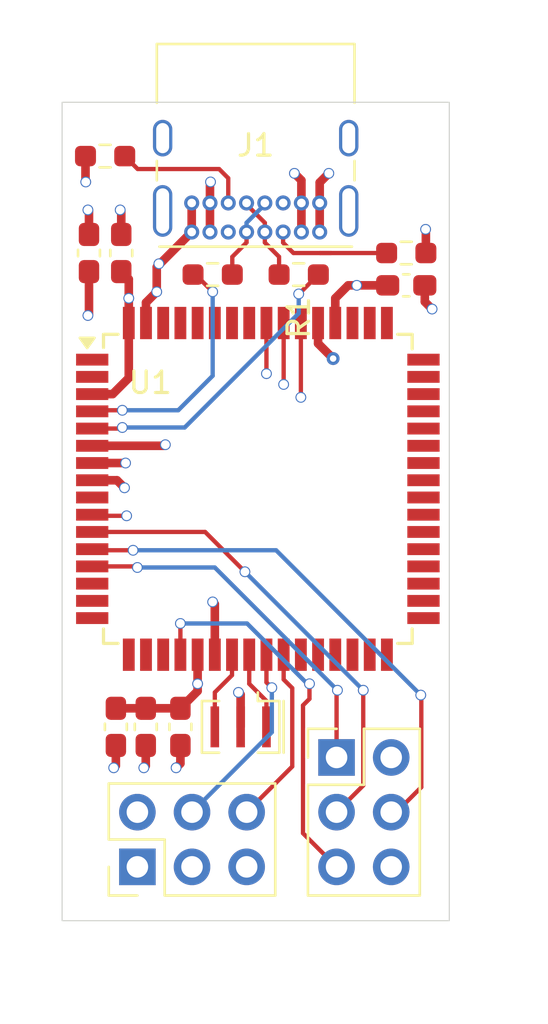
<source format=kicad_pcb>
(kicad_pcb (version 20240108) (generator "pcbnew") (generator_version "8.0")
  (layers (0 "F.Cu" signal) (1 "In1.Cu" signal) (2 "In2.Cu" signal) (3 "In3.Cu" signal) (4 "In4.Cu" signal) (31 "B.Cu" signal) (34 "B.Paste" user) (35 "F.Paste" user) (36 "B.SilkS" user "B.Silkscreen") (37 "F.SilkS" user "F.Silkscreen") (38 "B.Mask" user) (39 "F.Mask" user) (44 "Edge.Cuts" user))
  (net 0 "")
  (net 1 "+5V")
  (net 2 "GND")
  (net 3 "/D+")
  (net 4 "/USB_D+")
  (net 5 "/USB_D-")
  (net 6 "/D-")
  (net 8 "Net-(U1-UCAP)")
  (net 18 "/Caps Lock")
  (net 20 "/Aux Key 3 {slash} PDI {slash} MOSI")
  (net 23 "Net-(U1-XTAL2)")
  (net 25 "/Data")
  (net 33 "/Num Lock")
  (net 34 "/Clock")
  (net 42 "/Aux Key 4 {slash} PDO {slash} MISO")
  (net 43 "/Aux Key 2 {slash} SCK")
  (net 46 "/Aux Key 1")
  (net 48 "Net-(U1-XTAL1)")
  (net 54 "/Scroll Lock")
  (net 58 "/~{RESET}")
  (net 62 "/CC2")
  (net 63 "/CC1")
  (footprint "Resistor_SMD:R_0603_1608Metric_Pad0.98x0.95mm_HandSolder" (layer "F.Cu") (at 147 89 180)
    (property "Reference" "R2" (hide yes))
    (property "Value" "22")
    (fp_line (start -0.254724 0.5225) (end 0.254724 0.5225) (stroke (width 0.12)) (layer "F.SilkS"))
    (fp_line (start -0.254724 -0.5225) (end 0.254724 -0.5225) (stroke (width 0.12)) (layer "F.SilkS"))
    (pad "1" smd roundrect (at -0.9125 0 180) (size 0.975 0.95) (layers "F.Cu" "F.Paste" "F.Mask") (net 5 "/USB_D-"))
    (pad "2" smd roundrect (at 0.9125 0 180) (size 0.975 0.95) (layers "F.Cu" "F.Paste" "F.Mask") (net 6 "/D-"))
  )
  (footprint "Resistor_SMD:R_0603_1608Metric_Pad0.98x0.95mm_HandSolder" (layer "F.Cu") (at 142 83.5 180)
    (property "Reference" "R4" (hide yes))
    (property "Value" "5K1")
    (fp_line (start -0.254724 0.5225) (end 0.254724 0.5225) (stroke (width 0.12)) (layer "F.SilkS"))
    (fp_line (start -0.254724 -0.5225) (end 0.254724 -0.5225) (stroke (width 0.12)) (layer "F.SilkS"))
    (pad "1" smd roundrect (at -0.9125 0 180) (size 0.975 0.95) (layers "F.Cu" "F.Paste" "F.Mask") (net 62 "/CC2"))
    (pad "2" smd roundrect (at 0.9125 0 180) (size 0.975 0.95) (layers "F.Cu" "F.Paste" "F.Mask") (net 2 "GND"))
  )
  (footprint "Connector_USB:USB_C_Receptacle_GCT_USB4085" (layer "F.Cu") (at 151.975 87.025 180)
    (property "Reference" "J1" (at 2.975 4.025 0) (layer "F.SilkS"))
    (property "Value" "USB_C_Receptacle_USB2.0_16P")
    (fp_line (start 7.57 6) (end 7.57 8.73) (stroke (width 0.12)) (layer "F.SilkS"))
    (fp_line (start 7.57 2.4) (end 7.57 3.3) (stroke (width 0.12)) (layer "F.SilkS"))
    (fp_line (start -1.5 -0.68) (end 7.45 -0.68) (stroke (width 0.12)) (layer "F.SilkS"))
    (fp_line (start -1.62 8.73) (end 7.57 8.73) (stroke (width 0.12)) (layer "F.SilkS"))
    (fp_line (start -1.62 6) (end -1.62 8.73) (stroke (width 0.12)) (layer "F.SilkS"))
    (fp_line (start -1.62 2.4) (end -1.62 3.3) (stroke (width 0.12)) (layer "F.SilkS"))
    (pad "A1" thru_hole circle (at 0 0 180) (size 0.7 0.7) (drill 0.4) (layers "*.Cu" "*.Mask") (net 2 "GND"))
    (pad "A4" thru_hole circle (at 0.85 0 180) (size 0.7 0.7) (drill 0.4) (layers "*.Cu" "*.Mask") (net 1 "+5V"))
    (pad "A5" thru_hole circle (at 1.7 0 180) (size 0.7 0.7) (drill 0.4) (layers "*.Cu" "*.Mask") (net 63 "/CC1"))
    (pad "A6" thru_hole circle (at 2.55 0 180) (size 0.7 0.7) (drill 0.4) (layers "*.Cu" "*.Mask") (net 4 "/USB_D+"))
    (pad "A7" thru_hole circle (at 3.4 0 180) (size 0.7 0.7) (drill 0.4) (layers "*.Cu" "*.Mask") (net 5 "/USB_D-"))
    (pad "A8" thru_hole circle (at 4.25 0 180) (size 0.7 0.7) (drill 0.4) (layers "*.Cu" "*.Mask"))
    (pad "A9" thru_hole circle (at 5.1 0 180) (size 0.7 0.7) (drill 0.4) (layers "*.Cu" "*.Mask") (net 1 "+5V"))
    (pad "A12" thru_hole circle (at 5.95 0 180) (size 0.7 0.7) (drill 0.4) (layers "*.Cu" "*.Mask") (net 2 "GND"))
    (pad "B1" thru_hole circle (at 5.95 1.35 180) (size 0.7 0.7) (drill 0.4) (layers "*.Cu" "*.Mask") (net 2 "GND"))
    (pad "B4" thru_hole circle (at 5.1 1.35 180) (size 0.7 0.7) (drill 0.4) (layers "*.Cu" "*.Mask") (net 1 "+5V"))
    (pad "B5" thru_hole circle (at 4.25 1.35 180) (size 0.7 0.7) (drill 0.4) (layers "*.Cu" "*.Mask") (net 62 "/CC2"))
    (pad "B6" thru_hole circle (at 3.4 1.35 180) (size 0.7 0.7) (drill 0.4) (layers "*.Cu" "*.Mask") (net 4 "/USB_D+"))
    (pad "B7" thru_hole circle (at 2.55 1.35 180) (size 0.7 0.7) (drill 0.4) (layers "*.Cu" "*.Mask") (net 5 "/USB_D-"))
    (pad "B8" thru_hole circle (at 1.7 1.35 180) (size 0.7 0.7) (drill 0.4) (layers "*.Cu" "*.Mask"))
    (pad "B9" thru_hole circle (at 0.85 1.35 180) (size 0.7 0.7) (drill 0.4) (layers "*.Cu" "*.Mask") (net 1 "+5V"))
    (pad "B12" thru_hole circle (at 0 1.35 180) (size 0.7 0.7) (drill 0.4) (layers "*.Cu" "*.Mask") (net 2 "GND"))
    (pad "S1" thru_hole oval (at -1.35 0.98 180) (size 0.9 2.4) (drill oval 0.6 2.1) (layers "*.Cu" "*.Mask") (net 2 "GND"))
    (pad "S1" thru_hole oval (at -1.35 4.36 180) (size 0.9 1.7) (drill oval 0.6 1.4) (layers "*.Cu" "*.Mask") (net 2 "GND"))
    (pad "S1" thru_hole oval (at 7.3 0.98 180) (size 0.9 2.4) (drill oval 0.6 2.1) (layers "*.Cu" "*.Mask") (net 2 "GND"))
    (pad "S1" thru_hole oval (at 7.3 4.36 180) (size 0.9 1.7) (drill oval 0.6 1.4) (layers "*.Cu" "*.Mask") (net 2 "GND"))
  )
  (footprint "Capacitor_SMD:C_0603_1608Metric_Pad1.08x0.95mm_HandSolder" (layer "F.Cu") (at 156 89.5 180)
    (property "Reference" "C1" (hide yes))
    (property "Value" "100n")
    (fp_line (start -0.146267 0.51) (end 0.146267 0.51) (stroke (width 0.12)) (layer "F.SilkS"))
    (fp_line (start -0.146267 -0.51) (end 0.146267 -0.51) (stroke (width 0.12)) (layer "F.SilkS"))
    (pad "1" smd roundrect (at -0.8625 0 180) (size 1.075 0.95) (layers "F.Cu" "F.Paste" "F.Mask") (net 2 "GND"))
    (pad "2" smd roundrect (at 0.8625 0 180) (size 1.075 0.95) (layers "F.Cu" "F.Paste" "F.Mask") (net 1 "+5V"))
  )
  (footprint "Crystal:Resonator_SMD_Murata_CSTxExxV-3Pin_3.0x1.1mm" (layer "F.Cu") (at 148.3 110 180)
    (property "Reference" "Y1" (hide yes))
    (property "Value" "CSTNE16M0VH3C000R0")
    (fp_line (start 1.8 1.2) (end 1 1.2) (stroke (width 0.12)) (layer "F.SilkS"))
    (fp_line (start 1.8 0.8) (end 1.8 1.2) (stroke (width 0.12)) (layer "F.SilkS"))
    (fp_line (start 1.8 -1.2) (end 1.8 0.8) (stroke (width 0.12)) (layer "F.SilkS"))
    (fp_line (start 1 -1.2) (end 1.8 -1.2) (stroke (width 0.12)) (layer "F.SilkS"))
    (fp_line (start -0.8 1.2) (end -0.8 1.6) (stroke (width 0.12)) (layer "F.SilkS"))
    (fp_line (start -0.8 1.2) (end -1.8 1.2) (stroke (width 0.12)) (layer "F.SilkS"))
    (fp_line (start -1.8 0.8) (end -1.8 1.2) (stroke (width 0.12)) (layer "F.SilkS"))
    (fp_line (start -1.8 0.8) (end -1.8 -1.2) (stroke (width 0.12)) (layer "F.SilkS"))
    (fp_line (start -1.8 -1.2) (end -0.8 -1.2) (stroke (width 0.12)) (layer "F.SilkS"))
    (fp_line (start -2 0.8) (end -2 1.2) (stroke (width 0.12)) (layer "F.SilkS"))
    (fp_line (start -2 -1.2) (end -2 0.8) (stroke (width 0.12)) (layer "F.SilkS"))
    (pad "1" smd rect (at -1.2 0 180) (size 0.4 1.9) (layers "F.Cu" "F.Paste" "F.Mask") (net 48 "Net-(U1-XTAL1)"))
    (pad "2" smd rect (at 0 0 180) (size 0.4 1.9) (layers "F.Cu" "F.Paste" "F.Mask") (net 2 "GND"))
    (pad "3" smd rect (at 1.2 0 180) (size 0.4 1.9) (layers "F.Cu" "F.Paste" "F.Mask") (net 23 "Net-(U1-XTAL2)"))
  )
  (footprint "Capacitor_SMD:C_0603_1608Metric_Pad1.08x0.95mm_HandSolder" (layer "F.Cu") (at 142.75 88 -90)
    (property "Reference" "C2" (hide yes))
    (property "Value" "100n")
    (fp_line (start -0.146267 0.51) (end 0.146267 0.51) (stroke (width 0.12)) (layer "F.SilkS"))
    (fp_line (start -0.146267 -0.51) (end 0.146267 -0.51) (stroke (width 0.12)) (layer "F.SilkS"))
    (pad "1" smd roundrect (at -0.8625 0 270) (size 1.075 0.95) (layers "F.Cu" "F.Paste" "F.Mask") (net 2 "GND"))
    (pad "2" smd roundrect (at 0.8625 0 270) (size 1.075 0.95) (layers "F.Cu" "F.Paste" "F.Mask") (net 1 "+5V"))
  )
  (footprint "Capacitor_SMD:C_0603_1608Metric_Pad1.08x0.95mm_HandSolder" (layer "F.Cu") (at 145.5 110 90)
    (property "Reference" "C3" (hide yes))
    (property "Value" "100n")
    (fp_line (start -0.146267 -0.51) (end 0.146267 -0.51) (stroke (width 0.12)) (layer "F.SilkS"))
    (fp_line (start -0.146267 0.51) (end 0.146267 0.51) (stroke (width 0.12)) (layer "F.SilkS"))
    (pad "1" smd roundrect (at -0.8625 0 90) (size 1.075 0.95) (layers "F.Cu" "F.Paste" "F.Mask") (net 2 "GND"))
    (pad "2" smd roundrect (at 0.8625 0 90) (size 1.075 0.95) (layers "F.Cu" "F.Paste" "F.Mask") (net 1 "+5V"))
  )
  (footprint "Capacitor_SMD:C_0603_1608Metric_Pad1.08x0.95mm_HandSolder" (layer "F.Cu") (at 143.89 110 90)
    (property "Reference" "C5" (hide yes))
    (property "Value" "10u")
    (fp_line (start -0.146267 -0.51) (end 0.146267 -0.51) (stroke (width 0.12)) (layer "F.SilkS"))
    (fp_line (start -0.146267 0.51) (end 0.146267 0.51) (stroke (width 0.12)) (layer "F.SilkS"))
    (pad "1" smd roundrect (at -0.8625 0 90) (size 1.075 0.95) (layers "F.Cu" "F.Paste" "F.Mask") (net 2 "GND"))
    (pad "2" smd roundrect (at 0.8625 0 90) (size 1.075 0.95) (layers "F.Cu" "F.Paste" "F.Mask") (net 1 "+5V"))
  )
  (footprint "Connector_PinHeader_2.54mm:PinHeader_2x03_P2.54mm_Vertical" (layer "F.Cu") (at 143.5 116.5 90)
    (property "Reference" "J3" (hide yes))
    (property "Value" "Conn_02x03_Odd_Even")
    (fp_line (start 3.87 -1.33) (end 3.87 6.41) (stroke (width 0.12)) (layer "F.SilkS"))
    (fp_line (start 1.27 -1.33) (end 3.87 -1.33) (stroke (width 0.12)) (layer "F.SilkS"))
    (fp_line (start -1.33 -1.33) (end 0 -1.33) (stroke (width 0.12)) (layer "F.SilkS"))
    (fp_line (start -1.33 0) (end -1.33 -1.33) (stroke (width 0.12)) (layer "F.SilkS"))
    (fp_line (start 1.27 1.27) (end 1.27 -1.33) (stroke (width 0.12)) (layer "F.SilkS"))
    (fp_line (start -1.33 1.27) (end 1.27 1.27) (stroke (width 0.12)) (layer "F.SilkS"))
    (fp_line (start -1.33 1.27) (end -1.33 6.41) (stroke (width 0.12)) (layer "F.SilkS"))
    (fp_line (start -1.33 6.41) (end 3.87 6.41) (stroke (width 0.12)) (layer "F.SilkS"))
    (pad "1" thru_hole rect (at 0 0 90) (size 1.7 1.7) (drill 1) (layers "*.Cu" "*.Mask") (net 18 "/Caps Lock"))
    (pad "2" thru_hole oval (at 2.54 0 90) (size 1.7 1.7) (drill 1) (layers "*.Cu" "*.Mask") (net 46 "/Aux Key 1"))
    (pad "3" thru_hole oval (at 0 2.54 90) (size 1.7 1.7) (drill 1) (layers "*.Cu" "*.Mask") (net 33 "/Num Lock"))
    (pad "4" thru_hole oval (at 2.54 2.54 90) (size 1.7 1.7) (drill 1) (layers "*.Cu" "*.Mask") (net 25 "/Data"))
    (pad "5" thru_hole oval (at 0 5.08 90) (size 1.7 1.7) (drill 1) (layers "*.Cu" "*.Mask") (net 54 "/Scroll Lock"))
    (pad "6" thru_hole oval (at 2.54 5.08 90) (size 1.7 1.7) (drill 1) (layers "*.Cu" "*.Mask") (net 34 "/Clock"))
  )
  (footprint "Package_QFP:TQFP-64_14x14mm_P0.8mm" (layer "F.Cu") (at 149.1 98.95)
    (property "Reference" "U1" (at -5 -4.93 0) (layer "F.SilkS"))
    (property "Value" "AT90USB646-A")
    (fp_line (start -7.175 -7.175) (end -7.175 -6.56) (stroke (width 0.15)) (layer "F.SilkS"))
    (fp_line (start -7.175 -7.175) (end -6.5 -7.175) (stroke (width 0.15)) (layer "F.SilkS"))
    (fp_line (start -7.175 7.175) (end -7.175 6.5) (stroke (width 0.15)) (layer "F.SilkS"))
    (fp_line (start -7.175 7.175) (end -6.5 7.175) (stroke (width 0.15)) (layer "F.SilkS"))
    (fp_line (start 7.175 -7.175) (end 6.5 -7.175) (stroke (width 0.15)) (layer "F.SilkS"))
    (fp_line (start 7.175 -7.175) (end 7.175 -6.5) (stroke (width 0.15)) (layer "F.SilkS"))
    (fp_line (start 7.175 7.175) (end 6.5 7.175) (stroke (width 0.15)) (layer "F.SilkS"))
    (fp_line (start 7.175 7.175) (end 7.175 6.5) (stroke (width 0.15)) (layer "F.SilkS"))
    (fp_poly (pts (xy -7.934636 -6.541114) (xy -8.274636 -7.011114) (xy -7.594636 -7.011114) (xy -7.934636 -6.541114)) (stroke (width 0.12)) (fill solid) (layer "F.SilkS"))
    (pad "1" smd rect (at -7.7 -6) (size 1.5 0.55) (layers "F.Cu" "F.Paste" "F.Mask"))
    (pad "2" smd rect (at -7.7 -5.2) (size 1.5 0.55) (layers "F.Cu" "F.Paste" "F.Mask"))
    (pad "3" smd rect (at -7.7 -4.4) (size 1.5 0.55) (layers "F.Cu" "F.Paste" "F.Mask") (net 1 "+5V"))
    (pad "4" smd rect (at -7.7 -3.6) (size 1.5 0.55) (layers "F.Cu" "F.Paste" "F.Mask") (net 6 "/D-"))
    (pad "5" smd rect (at -7.7 -2.8) (size 1.5 0.55) (layers "F.Cu" "F.Paste" "F.Mask") (net 3 "/D+"))
    (pad "6" smd rect (at -7.7 -2) (size 1.5 0.55) (layers "F.Cu" "F.Paste" "F.Mask") (net 2 "GND"))
    (pad "7" smd rect (at -7.7 -1.2) (size 1.5 0.55) (layers "F.Cu" "F.Paste" "F.Mask") (net 8 "Net-(U1-UCAP)"))
    (pad "8" smd rect (at -7.7 -0.4) (size 1.5 0.55) (layers "F.Cu" "F.Paste" "F.Mask") (net 1 "+5V"))
    (pad "9" smd rect (at -7.7 0.4) (size 1.5 0.55) (layers "F.Cu" "F.Paste" "F.Mask"))
    (pad "10" smd rect (at -7.7 1.2) (size 1.5 0.55) (layers "F.Cu" "F.Paste" "F.Mask") (net 46 "/Aux Key 1"))
    (pad "11" smd rect (at -7.7 2) (size 1.5 0.55) (layers "F.Cu" "F.Paste" "F.Mask") (net 43 "/Aux Key 2 {slash} SCK"))
    (pad "12" smd rect (at -7.7 2.8) (size 1.5 0.55) (layers "F.Cu" "F.Paste" "F.Mask") (net 20 "/Aux Key 3 {slash} PDI {slash} MOSI"))
    (pad "13" smd rect (at -7.7 3.6) (size 1.5 0.55) (layers "F.Cu" "F.Paste" "F.Mask") (net 42 "/Aux Key 4 {slash} PDO {slash} MISO"))
    (pad "14" smd rect (at -7.7 4.4) (size 1.5 0.55) (layers "F.Cu" "F.Paste" "F.Mask"))
    (pad "15" smd rect (at -7.7 5.2) (size 1.5 0.55) (layers "F.Cu" "F.Paste" "F.Mask"))
    (pad "16" smd rect (at -7.7 6) (size 1.5 0.55) (layers "F.Cu" "F.Paste" "F.Mask"))
    (pad "17" smd rect (at -6 7.7 90) (size 1.5 0.55) (layers "F.Cu" "F.Paste" "F.Mask"))
    (pad "18" smd rect (at -5.2 7.7 90) (size 1.5 0.55) (layers "F.Cu" "F.Paste" "F.Mask"))
    (pad "19" smd rect (at -4.4 7.7 90) (size 1.5 0.55) (layers "F.Cu" "F.Paste" "F.Mask"))
    (pad "20" smd rect (at -3.6 7.7 90) (size 1.5 0.55) (layers "F.Cu" "F.Paste" "F.Mask") (net 58 "/~{RESET}"))
    (pad "21" smd rect (at -2.8 7.7 90) (size 1.5 0.55) (layers "F.Cu" "F.Paste" "F.Mask") (net 1 "+5V"))
    (pad "22" smd rect (at -2 7.7 90) (size 1.5 0.55) (layers "F.Cu" "F.Paste" "F.Mask") (net 2 "GND"))
    (pad "23" smd rect (at -1.2 7.7 90) (size 1.5 0.55) (layers "F.Cu" "F.Paste" "F.Mask") (net 23 "Net-(U1-XTAL2)"))
    (pad "24" smd rect (at -0.4 7.7 90) (size 1.5 0.55) (layers "F.Cu" "F.Paste" "F.Mask") (net 48 "Net-(U1-XTAL1)"))
    (pad "25" smd rect (at 0.4 7.7 90) (size 1.5 0.55) (layers "F.Cu" "F.Paste" "F.Mask") (net 25 "/Data"))
    (pad "26" smd rect (at 1.2 7.7 90) (size 1.5 0.55) (layers "F.Cu" "F.Paste" "F.Mask") (net 34 "/Clock"))
    (pad "27" smd rect (at 2 7.7 90) (size 1.5 0.55) (layers "F.Cu" "F.Paste" "F.Mask"))
    (pad "28" smd rect (at 2.8 7.7 90) (size 1.5 0.55) (layers "F.Cu" "F.Paste" "F.Mask"))
    (pad "29" smd rect (at 3.6 7.7 90) (size 1.5 0.55) (layers "F.Cu" "F.Paste" "F.Mask"))
    (pad "30" smd rect (at 4.4 7.7 90) (size 1.5 0.55) (layers "F.Cu" "F.Paste" "F.Mask"))
    (pad "31" smd rect (at 5.2 7.7 90) (size 1.5 0.55) (layers "F.Cu" "F.Paste" "F.Mask"))
    (pad "32" smd rect (at 6 7.7 90) (size 1.5 0.55) (layers "F.Cu" "F.Paste" "F.Mask"))
    (pad "33" smd rect (at 7.7 6) (size 1.5 0.55) (layers "F.Cu" "F.Paste" "F.Mask"))
    (pad "34" smd rect (at 7.7 5.2) (size 1.5 0.55) (layers "F.Cu" "F.Paste" "F.Mask"))
    (pad "35" smd rect (at 7.7 4.4) (size 1.5 0.55) (layers "F.Cu" "F.Paste" "F.Mask"))
    (pad "36" smd rect (at 7.7 3.6) (size 1.5 0.55) (layers "F.Cu" "F.Paste" "F.Mask"))
    (pad "37" smd rect (at 7.7 2.8) (size 1.5 0.55) (layers "F.Cu" "F.Paste" "F.Mask"))
    (pad "38" smd rect (at 7.7 2) (size 1.5 0.55) (layers "F.Cu" "F.Paste" "F.Mask"))
    (pad "39" smd rect (at 7.7 1.2) (size 1.5 0.55) (layers "F.Cu" "F.Paste" "F.Mask"))
    (pad "40" smd rect (at 7.7 0.4) (size 1.5 0.55) (layers "F.Cu" "F.Paste" "F.Mask"))
    (pad "41" smd rect (at 7.7 -0.4) (size 1.5 0.55) (layers "F.Cu" "F.Paste" "F.Mask"))
    (pad "42" smd rect (at 7.7 -1.2) (size 1.5 0.55) (layers "F.Cu" "F.Paste" "F.Mask"))
    (pad "43" smd rect (at 7.7 -2) (size 1.5 0.55) (layers "F.Cu" "F.Paste" "F.Mask"))
    (pad "44" smd rect (at 7.7 -2.8) (size 1.5 0.55) (layers "F.Cu" "F.Paste" "F.Mask"))
    (pad "45" smd rect (at 7.7 -3.6) (size 1.5 0.55) (layers "F.Cu" "F.Paste" "F.Mask"))
    (pad "46" smd rect (at 7.7 -4.4) (size 1.5 0.55) (layers "F.Cu" "F.Paste" "F.Mask"))
    (pad "47" smd rect (at 7.7 -5.2) (size 1.5 0.55) (layers "F.Cu" "F.Paste" "F.Mask"))
    (pad "48" smd rect (at 7.7 -6) (size 1.5 0.55) (layers "F.Cu" "F.Paste" "F.Mask"))
    (pad "49" smd rect (at 6 -7.7 90) (size 1.5 0.55) (layers "F.Cu" "F.Paste" "F.Mask"))
    (pad "50" smd rect (at 5.2 -7.7 90) (size 1.5 0.55) (layers "F.Cu" "F.Paste" "F.Mask"))
    (pad "51" smd rect (at 4.4 -7.7 90) (size 1.5 0.55) (layers "F.Cu" "F.Paste" "F.Mask"))
    (pad "52" smd rect (at 3.6 -7.7 90) (size 1.5 0.55) (layers "F.Cu" "F.Paste" "F.Mask") (net 1 "+5V"))
    (pad "53" smd rect (at 2.8 -7.7 90) (size 1.5 0.55) (layers "F.Cu" "F.Paste" "F.Mask") (net 2 "GND"))
    (pad "54" smd rect (at 2 -7.7 90) (size 1.5 0.55) (layers "F.Cu" "F.Paste" "F.Mask") (net 54 "/Scroll Lock"))
    (pad "55" smd rect (at 1.2 -7.7 90) (size 1.5 0.55) (layers "F.Cu" "F.Paste" "F.Mask") (net 33 "/Num Lock"))
    (pad "56" smd rect (at 0.4 -7.7 90) (size 1.5 0.55) (layers "F.Cu" "F.Paste" "F.Mask") (net 18 "/Caps Lock"))
    (pad "57" smd rect (at -0.4 -7.7 90) (size 1.5 0.55) (layers "F.Cu" "F.Paste" "F.Mask"))
    (pad "58" smd rect (at -1.2 -7.7 90) (size 1.5 0.55) (layers "F.Cu" "F.Paste" "F.Mask"))
    (pad "59" smd rect (at -2 -7.7 90) (size 1.5 0.55) (layers "F.Cu" "F.Paste" "F.Mask"))
    (pad "60" smd rect (at -2.8 -7.7 90) (size 1.5 0.55) (layers "F.Cu" "F.Paste" "F.Mask"))
    (pad "61" smd rect (at -3.6 -7.7 90) (size 1.5 0.55) (layers "F.Cu" "F.Paste" "F.Mask"))
    (pad "62" smd rect (at -4.4 -7.7 90) (size 1.5 0.55) (layers "F.Cu" "F.Paste" "F.Mask"))
    (pad "63" smd rect (at -5.2 -7.7 90) (size 1.5 0.55) (layers "F.Cu" "F.Paste" "F.Mask") (net 2 "GND"))
    (pad "64" smd rect (at -6 -7.7 90) (size 1.5 0.55) (layers "F.Cu" "F.Paste" "F.Mask") (net 1 "+5V"))
  )
  (footprint "Capacitor_SMD:C_0603_1608Metric_Pad1.08x0.95mm_HandSolder" (layer "F.Cu") (at 142.5 110 90)
    (property "Reference" "C4" (hide yes))
    (property "Value" "1u")
    (fp_line (start -0.146267 -0.51) (end 0.146267 -0.51) (stroke (width 0.12)) (layer "F.SilkS"))
    (fp_line (start -0.146267 0.51) (end 0.146267 0.51) (stroke (width 0.12)) (layer "F.SilkS"))
    (pad "1" smd roundrect (at -0.8625 0 90) (size 1.075 0.95) (layers "F.Cu" "F.Paste" "F.Mask") (net 2 "GND"))
    (pad "2" smd roundrect (at 0.8625 0 90) (size 1.075 0.95) (layers "F.Cu" "F.Paste" "F.Mask") (net 1 "+5V"))
  )
  (footprint "Resistor_SMD:R_0603_1608Metric_Pad0.98x0.95mm_HandSolder" (layer "F.Cu") (at 156 88)
    (property "Reference" "R3" (hide yes))
    (property "Value" "5K1")
    (fp_line (start -0.254724 -0.5225) (end 0.254724 -0.5225) (stroke (width 0.12)) (layer "F.SilkS"))
    (fp_line (start -0.254724 0.5225) (end 0.254724 0.5225) (stroke (width 0.12)) (layer "F.SilkS"))
    (pad "1" smd roundrect (at -0.9125 0) (size 0.975 0.95) (layers "F.Cu" "F.Paste" "F.Mask") (net 63 "/CC1"))
    (pad "2" smd roundrect (at 0.9125 0) (size 0.975 0.95) (layers "F.Cu" "F.Paste" "F.Mask") (net 2 "GND"))
  )
  (footprint "Capacitor_SMD:C_0603_1608Metric_Pad1.08x0.95mm_HandSolder" (layer "F.Cu") (at 141.25 88 -90)
    (property "Reference" "C6" (hide yes))
    (property "Value" "100n")
    (fp_line (start -0.146267 0.51) (end 0.146267 0.51) (stroke (width 0.12)) (layer "F.SilkS"))
    (fp_line (start -0.146267 -0.51) (end 0.146267 -0.51) (stroke (width 0.12)) (layer "F.SilkS"))
    (pad "1" smd roundrect (at -0.8625 0 270) (size 1.075 0.95) (layers "F.Cu" "F.Paste" "F.Mask") (net 2 "GND"))
    (pad "2" smd roundrect (at 0.8625 0 270) (size 1.075 0.95) (layers "F.Cu" "F.Paste" "F.Mask") (net 8 "Net-(U1-UCAP)"))
  )
  (footprint "Resistor_SMD:R_0603_1608Metric_Pad0.98x0.95mm_HandSolder" (layer "F.Cu") (at 151 89 180)
    (property "Reference" "R1" (at 0 -2 90) (layer "F.SilkS"))
    (property "Value" "22")
    (fp_line (start -0.254724 0.5225) (end 0.254724 0.5225) (stroke (width 0.12)) (layer "F.SilkS"))
    (fp_line (start -0.254724 -0.5225) (end 0.254724 -0.5225) (stroke (width 0.12)) (layer "F.SilkS"))
    (pad "1" smd roundrect (at -0.9125 0 180) (size 0.975 0.95) (layers "F.Cu" "F.Paste" "F.Mask") (net 3 "/D+"))
    (pad "2" smd roundrect (at 0.9125 0 180) (size 0.975 0.95) (layers "F.Cu" "F.Paste" "F.Mask") (net 4 "/USB_D+"))
  )
  (footprint "Connector_PinHeader_2.54mm:PinHeader_2x03_P2.54mm_Vertical" (layer "F.Cu") (at 152.76 111.42)
    (property "Reference" "J2" (hide yes))
    (property "Value" "Conn_02x03_Odd_Even")
    (fp_line (start -1.33 -1.33) (end 0 -1.33) (stroke (width 0.12)) (layer "F.SilkS"))
    (fp_line (start -1.33 0) (end -1.33 -1.33) (stroke (width 0.12)) (layer "F.SilkS"))
    (fp_line (start -1.33 1.27) (end -1.33 6.41) (stroke (width 0.12)) (layer "F.SilkS"))
    (fp_line (start -1.33 1.27) (end 1.27 1.27) (stroke (width 0.12)) (layer "F.SilkS"))
    (fp_line (start -1.33 6.41) (end 3.87 6.41) (stroke (width 0.12)) (layer "F.SilkS"))
    (fp_line (start 1.27 -1.33) (end 3.87 -1.33) (stroke (width 0.12)) (layer "F.SilkS"))
    (fp_line (start 1.27 1.27) (end 1.27 -1.33) (stroke (width 0.12)) (layer "F.SilkS"))
    (fp_line (start 3.87 -1.33) (end 3.87 6.41) (stroke (width 0.12)) (layer "F.SilkS"))
    (pad "1" thru_hole rect (at 0 0) (size 1.7 1.7) (drill 1) (layers "*.Cu" "*.Mask") (net 42 "/Aux Key 4 {slash} PDO {slash} MISO"))
    (pad "2" thru_hole oval (at 2.54 0) (size 1.7 1.7) (drill 1) (layers "*.Cu" "*.Mask") (net 1 "+5V"))
    (pad "3" thru_hole oval (at 0 2.54) (size 1.7 1.7) (drill 1) (layers "*.Cu" "*.Mask") (net 43 "/Aux Key 2 {slash} SCK"))
    (pad "4" thru_hole oval (at 2.54 2.54) (size 1.7 1.7) (drill 1) (layers "*.Cu" "*.Mask") (net 20 "/Aux Key 3 {slash} PDI {slash} MOSI"))
    (pad "5" thru_hole oval (at 0 5.08) (size 1.7 1.7) (drill 1) (layers "*.Cu" "*.Mask") (net 58 "/~{RESET}"))
    (pad "6" thru_hole oval (at 2.54 5.08) (size 1.7 1.7) (drill 1) (layers "*.Cu" "*.Mask") (net 2 "GND"))
  )
  (gr_rect (start 140 81) (end 158 119) (stroke (width 0.05)) (fill none) (layer "Edge.Cuts"))
  (segment (start 151.125 85.675) (end 151.125 87.025) (width 0.4) (layer "F.Cu") (net 1))
  (segment (start 142.5 109.1375) (end 145.5 109.1375) (width 0.4) (layer "F.Cu") (net 1))
  (segment (start 145.5 109.1375) (end 146.3 108.3375) (width 0.4) (layer "F.Cu") (net 1))
  (segment (start 146.875 84.725) (end 146.9 84.7) (width 0.4) (layer "F.Cu") (net 1))
  (segment (start 146.3 108) (end 146.3 106.65) (width 0.4) (layer "F.Cu") (net 1))
  (segment (start 141.4 94.55) (end 142.35 94.55) (width 0.4) (layer "F.Cu") (net 1))
  (segment (start 141.4 98.55) (end 142.55 98.55) (width 0.4) (layer "F.Cu") (net 1))
  (segment (start 152.7 90.1) (end 153.3 89.5) (width 0.4) (layer "F.Cu") (net 1))
  (segment (start 143.1 93.8) (end 143.1 91.25) (width 0.4) (layer "F.Cu") (net 1))
  (segment (start 146.875 85.675) (end 146.875 84.725) (width 0.4) (layer "F.Cu") (net 1))
  (segment (start 151.125 84.625) (end 151.125 85.675) (width 0.4) (layer "F.Cu") (net 1))
  (segment (start 142.55 98.55) (end 142.9 98.9) (width 0.4) (layer "F.Cu") (net 1))
  (segment (start 143.1 89.2125) (end 142.75 88.8625) (width 0.4) (layer "F.Cu") (net 1))
  (segment (start 143.1 90.1) (end 143.1 89.2125) (width 0.4) (layer "F.Cu") (net 1))
  (segment (start 152.7 91.25) (end 152.7 90.1) (width 0.4) (layer "F.Cu") (net 1))
  (segment (start 142.35 94.55) (end 143.1 93.8) (width 0.4) (layer "F.Cu") (net 1))
  (segment (start 155.1375 89.5) (end 153.7 89.5) (width 0.4) (layer "F.Cu") (net 1))
  (segment (start 153.3 89.5) (end 153.7 89.5) (width 0.4) (layer "F.Cu") (net 1))
  (segment (start 150.8 84.3) (end 151.125 84.625) (width 0.4) (layer "F.Cu") (net 1))
  (segment (start 146.875 85.675) (end 146.875 87.025) (width 0.4) (layer "F.Cu") (net 1))
  (segment (start 146.3 108.3375) (end 146.3 108) (width 0.4) (layer "F.Cu") (net 1))
  (segment (start 143.1 90.1) (end 143.1 91.25) (width 0.4) (layer "F.Cu") (net 1))
  (via (at 153.7 89.5) (size 0.5) (drill 0.4) (layers "F.Cu" "B.Cu") (net 1))
  (via (at 143.1 90.1) (size 0.5) (drill 0.4) (layers "F.Cu" "B.Cu") (net 1))
  (via (at 142.9 98.9) (size 0.5) (drill 0.4) (layers "F.Cu" "B.Cu") (net 1))
  (via (at 146.3 108) (size 0.5) (drill 0.4) (layers "F.Cu" "B.Cu") (net 1))
  (via (at 150.8 84.3) (size 0.5) (drill 0.4) (layers "F.Cu" "B.Cu") (net 1))
  (via (at 146.9 84.7) (size 0.5) (drill 0.4) (layers "F.Cu" "B.Cu") (net 1))
  (segment (start 148.3 110) (end 148.3 108.5) (width 0.4) (layer "F.Cu") (net 2))
  (segment (start 143.9 90.3) (end 144.4 89.8) (width 0.4) (layer "F.Cu") (net 2))
  (segment (start 141.0875 84.6875) (end 141.1 84.7) (width 0.4) (layer "F.Cu") (net 2))
  (segment (start 146.025 87.025) (end 144.4 88.65) (width 0.4) (layer "F.Cu") (net 2))
  (segment (start 145.5 110.8625) (end 145.5 111.7) (width 0.4) (layer "F.Cu") (net 2))
  (segment (start 156.9125 88) (end 156.9125 86.9125) (width 0.4) (layer "F.Cu") (net 2))
  (segment (start 141.4 96.95) (end 144.75 96.95) (width 0.4) (layer "F.Cu") (net 2))
  (segment (start 144.4 88.65) (end 144.4 89.8) (width 0.4) (layer "F.Cu") (net 2))
  (segment (start 152.4 84.3) (end 151.975 84.725) (width 0.4) (layer "F.Cu") (net 2))
  (segment (start 142.75 87.1375) (end 142.75 86.05) (width 0.4) (layer "F.Cu") (net 2))
  (segment (start 156.8625 89.5) (end 156.8625 90.2625) (width 0.4) (layer "F.Cu") (net 2))
  (segment (start 143.89 110.8625) (end 143.89 111.81) (width 0.4) (layer "F.Cu") (net 2))
  (segment (start 142.75 86.05) (end 142.7 86) (width 0.4) (layer "F.Cu") (net 2))
  (segment (start 142.5 111.8) (end 142.4 111.9) (width 0.4) (layer "F.Cu") (net 2))
  (segment (start 147.1 104.3) (end 147 104.2) (width 0.4) (layer "F.Cu") (net 2))
  (segment (start 151.975 85.675) (end 151.975 87.025) (width 0.4) (layer "F.Cu") (net 2))
  (segment (start 151.9 92.2) (end 152.6 92.9) (width 0.4) (layer "F.Cu") (net 2))
  (segment (start 141.25 87.1375) (end 141.25 86.05) (width 0.4) (layer "F.Cu") (net 2))
  (segment (start 156.9125 86.9125) (end 156.9 86.9) (width 0.4) (layer "F.Cu") (net 2))
  (segment (start 143.89 111.81) (end 143.8 111.9) (width 0.4) (layer "F.Cu") (net 2))
  (segment (start 141.25 86.05) (end 141.2 86) (width 0.4) (layer "F.Cu") (net 2))
  (segment (start 145.5 111.7) (end 145.3 111.9) (width 0.4) (layer "F.Cu") (net 2))
  (segment (start 147.1 106.65) (end 147.1 104.3) (width 0.4) (layer "F.Cu") (net 2))
  (segment (start 144.75 96.95) (end 144.8 96.9) (width 0.4) (layer "F.Cu") (net 2))
  (segment (start 142.5 110.8625) (end 142.5 111.8) (width 0.4) (layer "F.Cu") (net 2))
  (segment (start 156.8625 90.2625) (end 157.2 90.6) (width 0.4) (layer "F.Cu") (net 2))
  (segment (start 141.0875 83.5) (end 141.0875 84.6875) (width 0.4) (layer "F.Cu") (net 2))
  (segment (start 146.025 85.675) (end 146.025 87.025) (width 0.4) (layer "F.Cu") (net 2))
  (segment (start 151.9 91.25) (end 151.9 92.2) (width 0.4) (layer "F.Cu") (net 2))
  (segment (start 151.975 84.725) (end 151.975 85.675) (width 0.4) (layer "F.Cu") (net 2))
  (segment (start 148.3 108.5) (end 148.2 108.4) (width 0.4) (layer "F.Cu") (net 2))
  (segment (start 143.9 91.25) (end 143.9 90.3) (width 0.4) (layer "F.Cu") (net 2))
  (via (at 152.6 92.9) (size 0.6) (drill 0.3) (layers "F.Cu" "B.Cu") (net 2))
  (via (at 144.4 89.8) (size 0.5) (drill 0.4) (layers "F.Cu" "B.Cu") (net 2))
  (via (at 141.2 86) (size 0.5) (drill 0.4) (layers "F.Cu" "B.Cu") (net 2))
  (via (at 156.9 86.9) (size 0.5) (drill 0.4) (layers "F.Cu" "B.Cu") (net 2))
  (via (at 142.7 86) (size 0.5) (drill 0.4) (layers "F.Cu" "B.Cu") (net 2))
  (via (at 147 104.2) (size 0.5) (drill 0.4) (layers "F.Cu" "B.Cu") (net 2))
  (via (at 142.4 111.9) (size 0.5) (drill 0.4) (layers "F.Cu" "B.Cu") (net 2))
  (via (at 144.5 88.5) (size 0.5) (drill 0.4) (layers "F.Cu" "B.Cu") (net 2))
  (via (at 143.8 111.9) (size 0.5) (drill 0.4) (layers "F.Cu" "B.Cu") (net 2))
  (via (at 145.3 111.9) (size 0.5) (drill 0.4) (layers "F.Cu" "B.Cu") (net 2))
  (via (at 141.1 84.7) (size 0.5) (drill 0.4) (layers "F.Cu" "B.Cu") (net 2))
  (via (at 148.2 108.4) (size 0.5) (drill 0.4) (layers "F.Cu" "B.Cu") (net 2))
  (via (at 157.2 90.6) (size 0.5) (drill 0.4) (layers "F.Cu" "B.Cu") (net 2))
  (via (at 144.8 96.9) (size 0.5) (drill 0.4) (layers "F.Cu" "B.Cu") (net 2))
  (via (at 152.4 84.3) (size 0.5) (drill 0.4) (layers "F.Cu" "B.Cu") (net 2))
  (segment (start 151 89.9) (end 151.0125 89.9) (width 0.2) (layer "F.Cu") (net 3))
  (segment (start 141.4 96.15) (end 142.75 96.15) (width 0.2) (layer "F.Cu") (net 3))
  (segment (start 151.0125 89.9) (end 151.9125 89) (width 0.2) (layer "F.Cu") (net 3))
  (segment (start 142.75 96.15) (end 142.8 96.1) (width 0.2) (layer "F.Cu") (net 3))
  (via (at 151 89.9) (size 0.5) (drill 0.4) (layers "F.Cu" "B.Cu") (net 3))
  (via (at 142.8 96.1) (size 0.5) (drill 0.4) (layers "F.Cu" "B.Cu") (net 3))
  (segment (start 151 90.8) (end 145.7 96.1) (width 0.2) (layer "B.Cu") (net 3))
  (segment (start 145.7 96.1) (end 142.8 96.1) (width 0.2) (layer "B.Cu") (net 3))
  (segment (start 151 89.9) (end 151 90.8) (width 0.2) (layer "B.Cu") (net 3))
  (segment (start 150.0875 88.175) (end 150.0875 89) (width 0.2) (layer "F.Cu") (net 4))
  (segment (start 149.425 86.594239) (end 149.425 87.025) (width 0.2) (layer "F.Cu") (net 4))
  (segment (start 148.575 85.744239) (end 149.425 86.594239) (width 0.2) (layer "F.Cu") (net 4))
  (segment (start 148.575 85.675) (end 148.575 85.744239) (width 0.2) (layer "F.Cu") (net 4))
  (segment (start 149.425 87.025) (end 149.425 87.5125) (width 0.2) (layer "F.Cu") (net 4))
  (segment (start 149.425 87.5125) (end 150.0875 88.175) (width 0.2) (layer "F.Cu") (net 4))
  (segment (start 147.9125 88.175) (end 147.9125 89) (width 0.2) (layer "F.Cu") (net 5))
  (segment (start 148.575 87.5125) (end 147.9125 88.175) (width 0.2) (layer "F.Cu") (net 5))
  (segment (start 148.575 87.025) (end 148.575 87.5125) (width 0.2) (layer "F.Cu") (net 5))
  (segment (start 148.575 86.594239) (end 148.575 87.025) (width 0.2) (layer "B.Cu") (net 5))
  (segment (start 149.425 85.744239) (end 148.575 86.594239) (width 0.2) (layer "B.Cu") (net 5))
  (segment (start 149.425 85.675) (end 149.425 85.744239) (width 0.2) (layer "B.Cu") (net 5))
  (segment (start 146.0875 89) (end 146.2 89) (width 0.2) (layer "F.Cu") (net 6))
  (segment (start 141.45 95.3) (end 141.4 95.35) (width 0.2) (layer "F.Cu") (net 6))
  (segment (start 142.8 95.3) (end 141.45 95.3) (width 0.2) (layer "F.Cu") (net 6))
  (segment (start 146.2 89) (end 147 89.8) (width 0.2) (layer "F.Cu") (net 6))
  (via (at 142.8 95.3) (size 0.5) (drill 0.4) (layers "F.Cu" "B.Cu") (net 6))
  (via (at 147 89.8) (size 0.5) (drill 0.4) (layers "F.Cu" "B.Cu") (net 6))
  (segment (start 145.4 95.3) (end 142.8 95.3) (width 0.2) (layer "B.Cu") (net 6))
  (segment (start 147 93.7) (end 145.4 95.3) (width 0.2) (layer "B.Cu") (net 6))
  (segment (start 147 89.8) (end 147 93.7) (width 0.2) (layer "B.Cu") (net 6))
  (segment (start 141.25 88.8625) (end 141.25 90.85) (width 0.4) (layer "F.Cu") (net 8))
  (segment (start 141.25 90.85) (end 141.2 90.9) (width 0.4) (layer "F.Cu") (net 8))
  (segment (start 142.95 97.75) (end 141.4 97.75) (width 0.4) (layer "F.Cu") (net 8))
  (via (at 142.95 97.75) (size 0.5) (drill 0.4) (layers "F.Cu" "B.Cu") (net 8))
  (via (at 141.2 90.9) (size 0.5) (drill 0.4) (layers "F.Cu" "B.Cu") (net 8))
  (segment (start 149.5 93.6) (end 149.5 91.25) (width 0.2) (layer "F.Cu") (net 18))
  (via (at 149.5 93.6) (size 0.5) (drill 0.4) (layers "F.Cu" "B.Cu") (net 18))
  (segment (start 155.54 113.96) (end 155.3 113.96) (width 0.2) (layer "F.Cu") (net 20))
  (segment (start 156.7 112.8) (end 155.54 113.96) (width 0.2) (layer "F.Cu") (net 20))
  (segment (start 141.45 101.8) (end 141.4 101.75) (width 0.2) (layer "F.Cu") (net 20))
  (segment (start 156.675 108.525) (end 156.7 108.55) (width 0.2) (layer "F.Cu") (net 20))
  (segment (start 143.3 101.8) (end 141.45 101.8) (width 0.2) (layer "F.Cu") (net 20))
  (segment (start 156.7 108.55) (end 156.7 112.8) (width 0.2) (layer "F.Cu") (net 20))
  (via (at 156.675 108.525) (size 0.5) (drill 0.4) (layers "F.Cu" "B.Cu") (net 20))
  (via (at 143.3 101.8) (size 0.5) (drill 0.4) (layers "F.Cu" "B.Cu") (net 20))
  (segment (start 156.675 108.525) (end 149.95 101.8) (width 0.2) (layer "B.Cu") (net 20))
  (segment (start 149.95 101.8) (end 143.3 101.8) (width 0.2) (layer "B.Cu") (net 20))
  (segment (start 147.1 108.4) (end 147.1 110) (width 0.2) (layer "F.Cu") (net 23))
  (segment (start 147.9 106.65) (end 147.9 107.6) (width 0.2) (layer "F.Cu") (net 23))
  (segment (start 147.9 107.6) (end 147.1 108.4) (width 0.2) (layer "F.Cu") (net 23))
  (segment (start 149.5 107.93282) (end 149.5 106.65) (width 0.2) (layer "F.Cu") (net 25))
  (segment (start 149.75 108.18282) (end 149.5 107.93282) (width 0.2) (layer "F.Cu") (net 25))
  (via (at 149.75 108.18282) (size 0.5) (drill 0.4) (layers "F.Cu" "B.Cu") (net 25))
  (segment (start 149.75 108.18282) (end 149.75 110.25) (width 0.2) (layer "B.Cu") (net 25))
  (segment (start 149.75 110.25) (end 146.04 113.96) (width 0.2) (layer "B.Cu") (net 25))
  (segment (start 150.3 94.1) (end 150.3 91.25) (width 0.2) (layer "F.Cu") (net 33))
  (via (at 150.3 94.1) (size 0.5) (drill 0.4) (layers "F.Cu" "B.Cu") (net 33))
  (segment (start 150.7 111.84) (end 150.7 108.2) (width 0.2) (layer "F.Cu") (net 34))
  (segment (start 150.7 108.2) (end 150.3 107.8) (width 0.2) (layer "F.Cu") (net 34))
  (segment (start 148.58 113.96) (end 150.7 111.84) (width 0.2) (layer "F.Cu") (net 34))
  (segment (start 150.3 107.8) (end 150.3 106.65) (width 0.2) (layer "F.Cu") (net 34))
  (segment (start 152.76 111.42) (end 152.76 108.34) (width 0.2) (layer "F.Cu") (net 42))
  (segment (start 143.45 102.55) (end 141.4 102.55) (width 0.2) (layer "F.Cu") (net 42))
  (segment (start 152.76 108.34) (end 152.8 108.3) (width 0.2) (layer "F.Cu") (net 42))
  (segment (start 143.5 102.6) (end 143.45 102.55) (width 0.2) (layer "F.Cu") (net 42))
  (via (at 143.5 102.6) (size 0.5) (drill 0.4) (layers "F.Cu" "B.Cu") (net 42))
  (via (at 152.8 108.3) (size 0.5) (drill 0.4) (layers "F.Cu" "B.Cu") (net 42))
  (segment (start 152.8 108.3) (end 147.1 102.6) (width 0.2) (layer "B.Cu") (net 42))
  (segment (start 147.1 102.6) (end 143.5 102.6) (width 0.2) (layer "B.Cu") (net 42))
  (segment (start 152.76 113.96) (end 154 112.72) (width 0.2) (layer "F.Cu") (net 43))
  (segment (start 154 112.72) (end 154 108.3) (width 0.2) (layer "F.Cu") (net 43))
  (segment (start 146.65 100.95) (end 148.5 102.8) (width 0.2) (layer "F.Cu") (net 43))
  (segment (start 141.4 100.95) (end 146.65 100.95) (width 0.2) (layer "F.Cu") (net 43))
  (via (at 154 108.3) (size 0.5) (drill 0.4) (layers "F.Cu" "B.Cu") (net 43))
  (via (at 148.5 102.8) (size 0.5) (drill 0.4) (layers "F.Cu" "B.Cu") (net 43))
  (segment (start 148.4 102.8) (end 148.5 102.8) (width 0.2) (layer "B.Cu") (net 43))
  (segment (start 154 108.3) (end 148.5 102.8) (width 0.2) (layer "B.Cu") (net 43))
  (segment (start 141.45 100.2) (end 141.4 100.15) (width 0.2) (layer "F.Cu") (net 46))
  (segment (start 143 100.2) (end 141.45 100.2) (width 0.2) (layer "F.Cu") (net 46))
  (via (at 143 100.2) (size 0.5) (drill 0.4) (layers "F.Cu" "B.Cu") (net 46))
  (segment (start 148.7 108) (end 149.5 108.8) (width 0.2) (layer "F.Cu") (net 48))
  (segment (start 148.7 106.65) (end 148.7 108) (width 0.2) (layer "F.Cu") (net 48))
  (segment (start 149.5 108.8) (end 149.5 110) (width 0.2) (layer "F.Cu") (net 48))
  (segment (start 151.1 94.7) (end 151.1 91.25) (width 0.2) (layer "F.Cu") (net 54))
  (via (at 151.1 94.7) (size 0.5) (drill 0.4) (layers "F.Cu" "B.Cu") (net 54))
  (segment (start 151.5 108.7) (end 151.5 108) (width 0.2) (layer "F.Cu") (net 58))
  (segment (start 152.76 116.5) (end 151.2 114.94) (width 0.2) (layer "F.Cu") (net 58))
  (segment (start 151.2 114.94) (end 151.2 109) (width 0.2) (layer "F.Cu") (net 58))
  (segment (start 151.2 109) (end 151.5 108.7) (width 0.2) (layer "F.Cu") (net 58))
  (segment (start 145.5 105.2) (end 145.5 106.65) (width 0.2) (layer "F.Cu") (net 58))
  (via (at 145.5 105.2) (size 0.5) (drill 0.4) (layers "F.Cu" "B.Cu") (net 58))
  (via (at 151.5 108) (size 0.5) (drill 0.4) (layers "F.Cu" "B.Cu") (net 58))
  (segment (start 151.5 108) (end 151.4 108) (width 0.2) (layer "B.Cu") (net 58))
  (segment (start 151.4 108) (end 148.6 105.2) (width 0.2) (layer "B.Cu") (net 58))
  (segment (start 148.6 105.2) (end 145.5 105.2) (width 0.2) (layer "B.Cu") (net 58))
  (segment (start 142.9125 83.5) (end 143.5125 84.1) (width 0.2) (layer "F.Cu") (net 62))
  (segment (start 147.3 84.1) (end 147.725 84.525) (width 0.2) (layer "F.Cu") (net 62))
  (segment (start 147.725 84.525) (end 147.725 85.675) (width 0.2) (layer "F.Cu") (net 62))
  (segment (start 143.5125 84.1) (end 147.3 84.1) (width 0.2) (layer "F.Cu") (net 62))
  (segment (start 150.275 87.519974) (end 150.755026 88) (width 0.2) (layer "F.Cu") (net 63))
  (segment (start 152 88) (end 154.8375 88) (width 0.2) (layer "F.Cu") (net 63))
  (segment (start 152 88) (end 152.5 88) (width 0.2) (layer "F.Cu") (net 63))
  (segment (start 150.755026 88) (end 152 88) (width 0.2) (layer "F.Cu") (net 63))
  (segment (start 154.8375 88) (end 155.0875 87.75) (width 0.2) (layer "F.Cu") (net 63))
  (segment (start 150.275 87.025) (end 150.275 87.519974) (width 0.2) (layer "F.Cu") (net 63))
)
</source>
